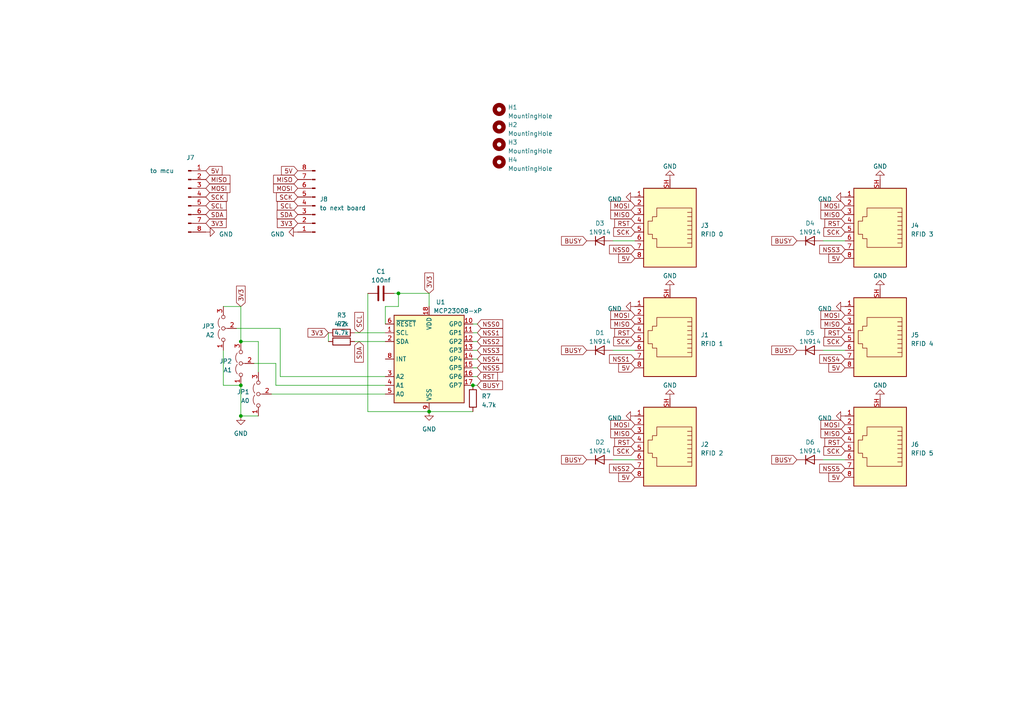
<source format=kicad_sch>
(kicad_sch (version 20230121) (generator eeschema)
  (paper "A4")
  (lib_symbols
    (symbol "Connector:Conn_01x08_Pin" (pin_names (offset 1.016) hide)
      (property "Reference" "J" (at 0 10.16 0))
      (property "Value" "Conn_01x08_Pin" (at 0 -12.7 0))
      (symbol "Conn_01x08_Pin_1_1"
        (polyline (pts (xy 1.27 -10.16) (xy 0.8636 -10.16)) (stroke (width 0.1524)))
        (polyline (pts (xy 1.27 -7.62) (xy 0.8636 -7.62)) (stroke (width 0.1524)))
        (polyline (pts (xy 1.27 -5.08) (xy 0.8636 -5.08)) (stroke (width 0.1524)))
        (polyline (pts (xy 1.27 -2.54) (xy 0.8636 -2.54)) (stroke (width 0.1524)))
        (polyline (pts (xy 1.27 0) (xy 0.8636 0)) (stroke (width 0.1524)))
        (polyline (pts (xy 1.27 2.54) (xy 0.8636 2.54)) (stroke (width 0.1524)))
        (polyline (pts (xy 1.27 5.08) (xy 0.8636 5.08)) (stroke (width 0.1524)))
        (polyline (pts (xy 1.27 7.62) (xy 0.8636 7.62)) (stroke (width 0.1524)))
        (rectangle (start 0.8636 -10.033) (end 0 -10.287) (stroke (width 0.1524)) (fill (type outline)))
        (rectangle (start 0.8636 -7.493) (end 0 -7.747) (stroke (width 0.1524)) (fill (type outline)))
        (rectangle (start 0.8636 -4.953) (end 0 -5.207) (stroke (width 0.1524)) (fill (type outline)))
        (rectangle (start 0.8636 -2.413) (end 0 -2.667) (stroke (width 0.1524)) (fill (type outline)))
        (rectangle (start 0.8636 0.127) (end 0 -0.127) (stroke (width 0.1524)) (fill (type outline)))
        (rectangle (start 0.8636 2.667) (end 0 2.413) (stroke (width 0.1524)) (fill (type outline)))
        (rectangle (start 0.8636 5.207) (end 0 4.953) (stroke (width 0.1524)) (fill (type outline)))
        (rectangle (start 0.8636 7.747) (end 0 7.493) (stroke (width 0.1524)) (fill (type outline)))
        (pin passive line (at 5.08 7.62 180) (length 3.81) (name "Pin_1") (number "1"))
        (pin passive line (at 5.08 5.08 180) (length 3.81) (name "Pin_2") (number "2"))
        (pin passive line (at 5.08 2.54 180) (length 3.81) (name "Pin_3") (number "3"))
        (pin passive line (at 5.08 0 180) (length 3.81) (name "Pin_4") (number "4"))
        (pin passive line (at 5.08 -2.54 180) (length 3.81) (name "Pin_5") (number "5"))
        (pin passive line (at 5.08 -5.08 180) (length 3.81) (name "Pin_6") (number "6"))
        (pin passive line (at 5.08 -7.62 180) (length 3.81) (name "Pin_7") (number "7"))
        (pin passive line (at 5.08 -10.16 180) (length 3.81) (name "Pin_8") (number "8"))
      )
    )
    (symbol "Connector:RJ45_Shielded" (pin_names (offset 1.016))
      (property "Reference" "J" (at -5.08 13.97 0))
      (property "Value" "RJ45_Shielded" (at 2.54 13.97 0))
      (symbol "RJ45_Shielded_0_1"
        (polyline (pts (xy -5.08 4.445) (xy -6.35 4.445)))
        (polyline (pts (xy -5.08 5.715) (xy -6.35 5.715)))
        (polyline (pts (xy -6.35 -3.175) (xy -5.08 -3.175) (xy -5.08 -3.175)))
        (polyline (pts (xy -6.35 -1.905) (xy -5.08 -1.905) (xy -5.08 -1.905)))
        (polyline (pts (xy -6.35 -0.635) (xy -5.08 -0.635) (xy -5.08 -0.635)))
        (polyline (pts (xy -6.35 0.635) (xy -5.08 0.635) (xy -5.08 0.635)))
        (polyline (pts (xy -6.35 1.905) (xy -5.08 1.905) (xy -5.08 1.905)))
        (polyline (pts (xy -5.08 3.175) (xy -6.35 3.175) (xy -6.35 3.175)))
        (polyline (pts (xy -6.35 -4.445) (xy -6.35 6.985) (xy 3.81 6.985) (xy 3.81 4.445) (xy 5.08 4.445) (xy 5.08 3.175) (xy 6.35 3.175) (xy 6.35 -0.635) (xy 5.08 -0.635) (xy 5.08 -1.905) (xy 3.81 -1.905) (xy 3.81 -4.445) (xy -6.35 -4.445) (xy -6.35 -4.445)))
        (rectangle (start 7.62 12.7) (end -7.62 -10.16) (stroke (width 0.254)) (fill (type background)))
      )
      (symbol "RJ45_Shielded_1_1"
        (pin passive line (at 10.16 -7.62 180) (length 2.54) (name "~") (number "1"))
        (pin passive line (at 10.16 -5.08 180) (length 2.54) (name "~") (number "2"))
        (pin passive line (at 10.16 -2.54 180) (length 2.54) (name "~") (number "3"))
        (pin passive line (at 10.16 0 180) (length 2.54) (name "~") (number "4"))
        (pin passive line (at 10.16 2.54 180) (length 2.54) (name "~") (number "5"))
        (pin passive line (at 10.16 5.08 180) (length 2.54) (name "~") (number "6"))
        (pin passive line (at 10.16 7.62 180) (length 2.54) (name "~") (number "7"))
        (pin passive line (at 10.16 10.16 180) (length 2.54) (name "~") (number "8"))
        (pin passive line (at 0 -12.7 90) (length 2.54) (name "~") (number "SH"))
      )
    )
    (symbol "Device:C" (pin_numbers hide) (pin_names (offset 0.254))
      (property "Reference" "C" (at 0.635 2.54 0))
      (property "Value" "C" (at 0.635 -2.54 0))
      (symbol "C_0_1"
        (polyline (pts (xy -2.032 -0.762) (xy 2.032 -0.762)) (stroke (width 0.508)))
        (polyline (pts (xy -2.032 0.762) (xy 2.032 0.762)) (stroke (width 0.508)))
      )
      (symbol "C_1_1"
        (pin passive line (at 0 3.81 270) (length 2.794) (name "~") (number "1"))
        (pin passive line (at 0 -3.81 90) (length 2.794) (name "~") (number "2"))
      )
    )
    (symbol "Device:R" (pin_numbers hide) (pin_names (offset 0))
      (property "Reference" "R" (at 2.032 0 90))
      (property "Value" "R" (at 0 0 90))
      (symbol "R_0_1"
        (rectangle (start -1.016 -2.54) (end 1.016 2.54) (stroke (width 0.254)))
      )
      (symbol "R_1_1"
        (pin passive line (at 0 3.81 270) (length 1.27) (name "~") (number "1"))
        (pin passive line (at 0 -3.81 90) (length 1.27) (name "~") (number "2"))
      )
    )
    (symbol "Diode:1N914" (pin_numbers hide) (pin_names hide)
      (property "Reference" "D" (at 0 2.54 0))
      (property "Value" "1N914" (at 0 -2.54 0))
      (symbol "1N914_0_1"
        (polyline (pts (xy -1.27 1.27) (xy -1.27 -1.27)) (stroke (width 0.254)))
        (polyline (pts (xy 1.27 0) (xy -1.27 0)))
        (polyline (pts (xy 1.27 1.27) (xy 1.27 -1.27) (xy -1.27 0) (xy 1.27 1.27)) (stroke (width 0.254)))
      )
      (symbol "1N914_1_1"
        (pin passive line (at -3.81 0 0) (length 2.54) (name "K") (number "1"))
        (pin passive line (at 3.81 0 180) (length 2.54) (name "A") (number "2"))
      )
    )
    (symbol "Interface_Expansion:MCP23008-xP"
      (property "Reference" "U" (at -8.89 13.97 0))
      (property "Value" "MCP23008-xP" (at 8.89 13.97 0))
      (symbol "MCP23008-xP_0_1"
        (rectangle (start -10.16 12.7) (end 10.16 -12.7) (stroke (width 0.254)) (fill (type background)))
      )
      (symbol "MCP23008-xP_1_1"
        (pin input line (at -12.7 7.62 0) (length 2.54) (name "SCL") (number "1"))
        (pin bidirectional line (at 12.7 10.16 180) (length 2.54) (name "GP0") (number "10"))
        (pin bidirectional line (at 12.7 7.62 180) (length 2.54) (name "GP1") (number "11"))
        (pin bidirectional line (at 12.7 5.08 180) (length 2.54) (name "GP2") (number "12"))
        (pin bidirectional line (at 12.7 2.54 180) (length 2.54) (name "GP3") (number "13"))
        (pin bidirectional line (at 12.7 0 180) (length 2.54) (name "GP4") (number "14"))
        (pin bidirectional line (at 12.7 -2.54 180) (length 2.54) (name "GP5") (number "15"))
        (pin bidirectional line (at 12.7 -5.08 180) (length 2.54) (name "GP6") (number "16"))
        (pin bidirectional line (at 12.7 -7.62 180) (length 2.54) (name "GP7") (number "17"))
        (pin power_in line (at 0 15.24 270) (length 2.54) (name "VDD") (number "18"))
        (pin bidirectional line (at -12.7 5.08 0) (length 2.54) (name "SDA") (number "2"))
        (pin input line (at -12.7 -5.08 0) (length 2.54) (name "A2") (number "3"))
        (pin input line (at -12.7 -7.62 0) (length 2.54) (name "A1") (number "4"))
        (pin input line (at -12.7 -10.16 0) (length 2.54) (name "A0") (number "5"))
        (pin input line (at -12.7 10.16 0) (length 2.54) (name "~{RESET}") (number "6"))
        (pin no_connect line (at -10.16 -2.54 0) (length 2.54) hide (name "NC") (number "7"))
        (pin output line (at -12.7 0 0) (length 2.54) (name "INT") (number "8"))
        (pin power_in line (at 0 -15.24 90) (length 2.54) (name "VSS") (number "9"))
      )
    )
    (symbol "Jumper:Jumper_3_Open" (pin_names (offset 0) hide)
      (property "Reference" "JP" (at -2.54 -2.54 0))
      (property "Value" "Jumper_3_Open" (at 0 2.794 0))
      (symbol "Jumper_3_Open_0_0"
        (circle (center -3.302 0) (radius 0.508))
        (circle (center 0 0) (radius 0.508))
        (circle (center 3.302 0) (radius 0.508))
      )
      (symbol "Jumper_3_Open_0_1"
        (arc (start -0.254 1.016) (mid -1.651 1.4992) (end -3.048 1.016))
        (polyline (pts (xy 0 -0.508) (xy 0 -1.27)))
        (arc (start 3.048 1.016) (mid 1.651 1.4992) (end 0.254 1.016))
      )
      (symbol "Jumper_3_Open_1_1"
        (pin passive line (at -6.35 0 0) (length 2.54) (name "A") (number "1"))
        (pin passive line (at 0 -3.81 90) (length 2.54) (name "C") (number "2"))
        (pin passive line (at 6.35 0 180) (length 2.54) (name "B") (number "3"))
      )
    )
    (symbol "Mechanical:MountingHole" (pin_names (offset 1.016))
      (property "Reference" "H" (at 0 5.08 0))
      (property "Value" "MountingHole" (at 0 3.175 0))
      (symbol "MountingHole_0_1"
        (circle (center 0 0) (radius 1.27) (stroke (width 1.27)))
      )
    )
    (symbol "power:GND" (power) (pin_names (offset 0))
      (property "Value" "GND" (at 0 -3.81 0))
      (symbol "GND_0_1"
        (polyline (pts (xy 0 0) (xy 0 -1.27) (xy 1.27 -1.27) (xy 0 -2.54) (xy -1.27 -1.27) (xy 0 -1.27)))
      )
      (symbol "GND_1_1"
        (pin power_in line (at 0 0 270) (length 0) hide (name "GND") (number "1"))
      )
    )
  )
  (junction (at 69.85 99.06))
  (junction (at 137.16 111.76))
  (junction (at 69.85 111.76))
  (junction (at 69.85 120.65))
  (junction (at 124.46 119.38))
  (junction (at 115.57 85.09))
  (wire (pts (xy 138.43 104.14) (xy 137.16 104.14)))
  (wire (pts (xy 238.76 133.35) (xy 245.11 133.35)))
  (wire (pts (xy 114.3 85.09) (xy 115.57 85.09)))
  (wire (pts (xy 115.57 88.9) (xy 115.57 85.09)))
  (wire (pts (xy 111.76 88.9) (xy 115.57 88.9)))
  (wire (pts (xy 73.66 105.41) (xy 80.01 105.41)))
  (wire (pts (xy 177.8 69.85) (xy 184.15 69.85)))
  (wire (pts (xy 102.87 96.52) (xy 111.76 96.52)))
  (wire (pts (xy 69.85 111.76) (xy 64.77 111.76)))
  (wire (pts (xy 80.01 105.41) (xy 80.01 111.76)))
  (wire (pts (xy 138.43 101.6) (xy 137.16 101.6)))
  (wire (pts (xy 177.8 133.35) (xy 184.15 133.35)))
  (wire (pts (xy 138.43 109.22) (xy 137.16 109.22)))
  (wire (pts (xy 138.43 99.06) (xy 137.16 99.06)))
  (wire (pts (xy 81.28 95.25) (xy 68.58 95.25)))
  (wire (pts (xy 74.93 120.65) (xy 69.85 120.65)))
  (wire (pts (xy 138.43 106.68) (xy 137.16 106.68)))
  (wire (pts (xy 177.8 101.6) (xy 184.15 101.6)))
  (wire (pts (xy 138.43 96.52) (xy 137.16 96.52)))
  (wire (pts (xy 106.68 119.38) (xy 124.46 119.38)))
  (wire (pts (xy 95.25 96.52) (xy 95.25 99.06)))
  (wire (pts (xy 102.87 99.06) (xy 111.76 99.06)))
  (wire (pts (xy 111.76 93.98) (xy 111.76 88.9)))
  (wire (pts (xy 138.43 111.76) (xy 137.16 111.76)))
  (wire (pts (xy 238.76 101.6) (xy 245.11 101.6)))
  (wire (pts (xy 64.77 88.9) (xy 69.85 88.9)))
  (wire (pts (xy 74.93 99.06) (xy 74.93 107.95)))
  (wire (pts (xy 81.28 109.22) (xy 81.28 95.25)))
  (wire (pts (xy 124.46 119.38) (xy 137.16 119.38)))
  (wire (pts (xy 69.85 88.9) (xy 69.85 99.06)))
  (wire (pts (xy 138.43 93.98) (xy 137.16 93.98)))
  (wire (pts (xy 74.93 99.06) (xy 69.85 99.06)))
  (wire (pts (xy 115.57 85.09) (xy 124.46 85.09)))
  (wire (pts (xy 80.01 111.76) (xy 111.76 111.76)))
  (wire (pts (xy 124.46 85.09) (xy 124.46 88.9)))
  (wire (pts (xy 64.77 111.76) (xy 64.77 101.6)))
  (wire (pts (xy 78.74 114.3) (xy 111.76 114.3)))
  (wire (pts (xy 106.68 85.09) (xy 106.68 119.38)))
  (wire (pts (xy 238.76 69.85) (xy 245.11 69.85)))
  (wire (pts (xy 111.76 109.22) (xy 81.28 109.22)))
  (wire (pts (xy 69.85 120.65) (xy 69.85 111.76)))
  (global_label "5V" (shape input) (at 59.69 49.53 0) (property "Intersheetrefs" "${INTERSHEET_REFS}" (effects hide)))
  (global_label "MISO" (shape input) (at 184.15 93.98 180) (property "Intersheetrefs" "${INTERSHEET_REFS}" (effects hide)))
  (global_label "5V" (shape input) (at 86.36 49.53 180) (property "Intersheetrefs" "${INTERSHEET_REFS}" (effects hide)))
  (global_label "SCK" (shape input) (at 59.69 57.15 0) (property "Intersheetrefs" "${INTERSHEET_REFS}" (effects hide)))
  (global_label "SCK" (shape input) (at 184.15 130.81 180) (property "Intersheetrefs" "${INTERSHEET_REFS}" (effects hide)))
  (global_label "NSS4" (shape input) (at 138.43 104.14 0) (property "Intersheetrefs" "${INTERSHEET_REFS}" (effects hide)))
  (global_label "NSS5" (shape input) (at 138.43 106.68 0) (property "Intersheetrefs" "${INTERSHEET_REFS}" (effects hide)))
  (global_label "MOSI" (shape input) (at 86.36 54.61 180) (property "Intersheetrefs" "${INTERSHEET_REFS}" (effects hide)))
  (global_label "MOSI" (shape input) (at 59.69 54.61 0) (property "Intersheetrefs" "${INTERSHEET_REFS}" (effects hide)))
  (global_label "MISO" (shape input) (at 59.69 52.07 0) (property "Intersheetrefs" "${INTERSHEET_REFS}" (effects hide)))
  (global_label "SCK" (shape input) (at 184.15 99.06 180) (property "Intersheetrefs" "${INTERSHEET_REFS}" (effects hide)))
  (global_label "BUSY" (shape input) (at 231.14 101.6 180) (property "Intersheetrefs" "${INTERSHEET_REFS}" (effects hide)))
  (global_label "SCL" (shape input) (at 59.69 59.69 0) (property "Intersheetrefs" "${INTERSHEET_REFS}" (effects hide)))
  (global_label "SCK" (shape input) (at 245.11 130.81 180) (property "Intersheetrefs" "${INTERSHEET_REFS}" (effects hide)))
  (global_label "NSS3" (shape input) (at 245.11 72.39 180) (property "Intersheetrefs" "${INTERSHEET_REFS}" (effects hide)))
  (global_label "BUSY" (shape input) (at 138.43 111.76 0) (property "Intersheetrefs" "${INTERSHEET_REFS}" (effects hide)))
  (global_label "NSS2" (shape input) (at 184.15 135.89 180) (property "Intersheetrefs" "${INTERSHEET_REFS}" (effects hide)))
  (global_label "MOSI" (shape input) (at 245.11 91.44 180) (property "Intersheetrefs" "${INTERSHEET_REFS}" (effects hide)))
  (global_label "MISO" (shape input) (at 245.11 62.23 180) (property "Intersheetrefs" "${INTERSHEET_REFS}" (effects hide)))
  (global_label "MOSI" (shape input) (at 184.15 123.19 180) (property "Intersheetrefs" "${INTERSHEET_REFS}" (effects hide)))
  (global_label "MOSI" (shape input) (at 245.11 59.69 180) (property "Intersheetrefs" "${INTERSHEET_REFS}" (effects hide)))
  (global_label "SDA" (shape input) (at 104.14 99.06 270) (property "Intersheetrefs" "${INTERSHEET_REFS}" (effects hide)))
  (global_label "MOSI" (shape input) (at 184.15 91.44 180) (property "Intersheetrefs" "${INTERSHEET_REFS}" (effects hide)))
  (global_label "NSS0" (shape input) (at 184.15 72.39 180) (property "Intersheetrefs" "${INTERSHEET_REFS}" (effects hide)))
  (global_label "NSS1" (shape input) (at 184.15 104.14 180) (property "Intersheetrefs" "${INTERSHEET_REFS}" (effects hide)))
  (global_label "RST" (shape input) (at 245.11 96.52 180) (property "Intersheetrefs" "${INTERSHEET_REFS}" (effects hide)))
  (global_label "BUSY" (shape input) (at 170.18 101.6 180) (property "Intersheetrefs" "${INTERSHEET_REFS}" (effects hide)))
  (global_label "5V" (shape input) (at 245.11 106.68 180) (property "Intersheetrefs" "${INTERSHEET_REFS}" (effects hide)))
  (global_label "SCK" (shape input) (at 245.11 67.31 180) (property "Intersheetrefs" "${INTERSHEET_REFS}" (effects hide)))
  (global_label "NSS1" (shape input) (at 138.43 96.52 0) (property "Intersheetrefs" "${INTERSHEET_REFS}" (effects hide)))
  (global_label "SCK" (shape input) (at 184.15 67.31 180) (property "Intersheetrefs" "${INTERSHEET_REFS}" (effects hide)))
  (global_label "NSS4" (shape input) (at 245.11 104.14 180) (property "Intersheetrefs" "${INTERSHEET_REFS}" (effects hide)))
  (global_label "SDA" (shape input) (at 59.69 62.23 0) (property "Intersheetrefs" "${INTERSHEET_REFS}" (effects hide)))
  (global_label "NSS0" (shape input) (at 138.43 93.98 0) (property "Intersheetrefs" "${INTERSHEET_REFS}" (effects hide)))
  (global_label "BUSY" (shape input) (at 231.14 69.85 180) (property "Intersheetrefs" "${INTERSHEET_REFS}" (effects hide)))
  (global_label "RST" (shape input) (at 138.43 109.22 0) (property "Intersheetrefs" "${INTERSHEET_REFS}" (effects hide)))
  (global_label "3V3" (shape input) (at 124.46 85.09 90) (property "Intersheetrefs" "${INTERSHEET_REFS}" (effects hide)))
  (global_label "MISO" (shape input) (at 184.15 125.73 180) (property "Intersheetrefs" "${INTERSHEET_REFS}" (effects hide)))
  (global_label "BUSY" (shape input) (at 170.18 69.85 180) (property "Intersheetrefs" "${INTERSHEET_REFS}" (effects hide)))
  (global_label "3V3" (shape input) (at 59.69 64.77 0) (property "Intersheetrefs" "${INTERSHEET_REFS}" (effects hide)))
  (global_label "5V" (shape input) (at 245.11 74.93 180) (property "Intersheetrefs" "${INTERSHEET_REFS}" (effects hide)))
  (global_label "SDA" (shape input) (at 86.36 62.23 180) (property "Intersheetrefs" "${INTERSHEET_REFS}" (effects hide)))
  (global_label "RST" (shape input) (at 184.15 128.27 180) (property "Intersheetrefs" "${INTERSHEET_REFS}" (effects hide)))
  (global_label "3V3" (shape input) (at 95.25 96.52 180) (property "Intersheetrefs" "${INTERSHEET_REFS}" (effects hide)))
  (global_label "MISO" (shape input) (at 184.15 62.23 180) (property "Intersheetrefs" "${INTERSHEET_REFS}" (effects hide)))
  (global_label "RST" (shape input) (at 184.15 96.52 180) (property "Intersheetrefs" "${INTERSHEET_REFS}" (effects hide)))
  (global_label "BUSY" (shape input) (at 170.18 133.35 180) (property "Intersheetrefs" "${INTERSHEET_REFS}" (effects hide)))
  (global_label "BUSY" (shape input) (at 231.14 133.35 180) (property "Intersheetrefs" "${INTERSHEET_REFS}" (effects hide)))
  (global_label "MISO" (shape input) (at 245.11 93.98 180) (property "Intersheetrefs" "${INTERSHEET_REFS}" (effects hide)))
  (global_label "MISO" (shape input) (at 245.11 125.73 180) (property "Intersheetrefs" "${INTERSHEET_REFS}" (effects hide)))
  (global_label "NSS3" (shape input) (at 138.43 101.6 0) (property "Intersheetrefs" "${INTERSHEET_REFS}" (effects hide)))
  (global_label "3V3" (shape input) (at 69.85 88.9 90) (property "Intersheetrefs" "${INTERSHEET_REFS}" (effects hide)))
  (global_label "MISO" (shape input) (at 86.36 52.07 180) (property "Intersheetrefs" "${INTERSHEET_REFS}" (effects hide)))
  (global_label "NSS2" (shape input) (at 138.43 99.06 0) (property "Intersheetrefs" "${INTERSHEET_REFS}" (effects hide)))
  (global_label "SCL" (shape input) (at 86.36 59.69 180) (property "Intersheetrefs" "${INTERSHEET_REFS}" (effects hide)))
  (global_label "SCK" (shape input) (at 245.11 99.06 180) (property "Intersheetrefs" "${INTERSHEET_REFS}" (effects hide)))
  (global_label "MOSI" (shape input) (at 184.15 59.69 180) (property "Intersheetrefs" "${INTERSHEET_REFS}" (effects hide)))
  (global_label "NSS5" (shape input) (at 245.11 135.89 180) (property "Intersheetrefs" "${INTERSHEET_REFS}" (effects hide)))
  (global_label "MOSI" (shape input) (at 245.11 123.19 180) (property "Intersheetrefs" "${INTERSHEET_REFS}" (effects hide)))
  (global_label "SCK" (shape input) (at 86.36 57.15 180) (property "Intersheetrefs" "${INTERSHEET_REFS}" (effects hide)))
  (global_label "RST" (shape input) (at 184.15 64.77 180) (property "Intersheetrefs" "${INTERSHEET_REFS}" (effects hide)))
  (global_label "5V" (shape input) (at 184.15 106.68 180) (property "Intersheetrefs" "${INTERSHEET_REFS}" (effects hide)))
  (global_label "SCL" (shape input) (at 104.14 96.52 90) (property "Intersheetrefs" "${INTERSHEET_REFS}" (effects hide)))
  (global_label "5V" (shape input) (at 245.11 138.43 180) (property "Intersheetrefs" "${INTERSHEET_REFS}" (effects hide)))
  (global_label "5V" (shape input) (at 184.15 74.93 180) (property "Intersheetrefs" "${INTERSHEET_REFS}" (effects hide)))
  (global_label "5V" (shape input) (at 184.15 138.43 180) (property "Intersheetrefs" "${INTERSHEET_REFS}" (effects hide)))
  (global_label "RST" (shape input) (at 245.11 128.27 180) (property "Intersheetrefs" "${INTERSHEET_REFS}" (effects hide)))
  (global_label "RST" (shape input) (at 245.11 64.77 180) (property "Intersheetrefs" "${INTERSHEET_REFS}" (effects hide)))
  (global_label "3V3" (shape input) (at 86.36 64.77 180) (property "Intersheetrefs" "${INTERSHEET_REFS}" (effects hide)))
  (symbol (lib_id "Mechanical:MountingHole") (at 144.78 46.99 0) (unit 1)
    (property "Reference" "H4" (at 147.32 46.355 0) (effects (justify left)))
    (property "Value" "MountingHole" (at 147.32 48.895 0) (effects (justify left)))
    (property "Footprint" "MountingHole:MountingHole_3.2mm_M3" (effects hide))
  )
  (symbol (lib_id "Diode:1N914") (at 234.95 69.85 0) (unit 1)
    (property "Reference" "D4" (at 234.95 64.77 0))
    (property "Value" "1N914" (at 234.95 67.31 0))
    (property "Footprint" "Diode_THT:D_DO-35_SOD27_P7.62mm_Horizontal" (effects hide))
    (property "Datasheet" "http://www.vishay.com/docs/85622/1n914.pdf" (effects hide))
    (property "Sim.Device" "D" (effects hide))
    (property "Sim.Pins" "1=K 2=A" (effects hide))
  )
  (symbol (lib_id "Diode:1N914") (at 173.99 133.35 0) (unit 1)
    (property "Reference" "D2" (at 173.99 128.27 0))
    (property "Value" "1N914" (at 173.99 130.81 0))
    (property "Footprint" "Diode_THT:D_DO-35_SOD27_P7.62mm_Horizontal" (effects hide))
    (property "Datasheet" "http://www.vishay.com/docs/85622/1n914.pdf" (effects hide))
    (property "Sim.Device" "D" (effects hide))
    (property "Sim.Pins" "1=K 2=A" (effects hide))
  )
  (symbol (lib_id "power:GND") (at 194.31 115.57 180) (unit 1)
    (property "Reference" "#PWR06" (effects hide))
    (property "Value" "GND" (at 194.31 111.76 0))
  )
  (symbol (lib_id "Connector:RJ45_Shielded") (at 194.31 128.27 180) (unit 1)
    (property "Reference" "J2" (at 203.2 128.905 0) (effects (justify right)))
    (property "Value" "RFID 2" (at 203.2 131.445 0) (effects (justify right)))
    (property "Footprint" "Connector_RJ:RJ45_Ninigi_GE" (effects hide))
  )
  (symbol (lib_id "Interface_Expansion:MCP23008-xP") (at 124.46 104.14 0) (unit 1)
    (property "Reference" "U1" (at 126.4159 87.63 0) (effects (justify left)))
    (property "Value" "MCP23008-xP" (at 125.73 90.17 0) (effects (justify left)))
    (property "Footprint" "Package_DIP:DIP-18_W7.62mm" (effects hide))
    (property "Datasheet" "http://ww1.microchip.com/downloads/en/DeviceDoc/MCP23008-MCP23S08-Data-Sheet-20001919F.pdf" (effects hide))
  )
  (symbol (lib_id "Mechanical:MountingHole") (at 144.78 36.83 0) (unit 1)
    (property "Reference" "H2" (at 147.32 36.195 0) (effects (justify left)))
    (property "Value" "MountingHole" (at 147.32 38.735 0) (effects (justify left)))
    (property "Footprint" "MountingHole:MountingHole_3.2mm_M3" (effects hide))
  )
  (symbol (lib_id "Diode:1N914") (at 173.99 101.6 0) (unit 1)
    (property "Reference" "D1" (at 173.99 96.52 0))
    (property "Value" "1N914" (at 173.99 99.06 0))
    (property "Footprint" "Diode_THT:D_DO-35_SOD27_P7.62mm_Horizontal" (effects hide))
    (property "Datasheet" "http://www.vishay.com/docs/85622/1n914.pdf" (effects hide))
    (property "Sim.Device" "D" (effects hide))
    (property "Sim.Pins" "1=K 2=A" (effects hide))
  )
  (symbol (lib_id "Connector:RJ45_Shielded") (at 255.27 128.27 180) (unit 1)
    (property "Reference" "J6" (at 264.16 128.905 0) (effects (justify right)))
    (property "Value" "RFID 5" (at 264.16 131.445 0) (effects (justify right)))
    (property "Footprint" "Connector_RJ:RJ45_Ninigi_GE" (effects hide))
  )
  (symbol (lib_id "power:GND") (at 255.27 115.57 180) (unit 1)
    (property "Reference" "#PWR014" (effects hide))
    (property "Value" "GND" (at 255.27 111.76 0))
  )
  (symbol (lib_id "Device:C") (at 110.49 85.09 90) (unit 1)
    (property "Reference" "C1" (at 110.49 78.74 90))
    (property "Value" "100nf" (at 110.49 81.28 90))
    (property "Footprint" "Capacitor_THT:C_Disc_D6.0mm_W2.5mm_P5.00mm" (effects hide))
  )
  (symbol (lib_id "Jumper:Jumper_3_Open") (at 74.93 114.3 90) (unit 1)
    (property "Reference" "JP1" (at 72.39 113.665 90) (effects (justify left)))
    (property "Value" "A0" (at 72.39 116.205 90) (effects (justify left)))
    (property "Footprint" "Jumper:SolderJumper-3_P1.3mm_Open_RoundedPad1.0x1.5mm" (effects hide))
  )
  (symbol (lib_id "power:GND") (at 86.36 67.31 270) (unit 1)
    (property "Reference" "#PWR019" (effects hide))
    (property "Value" "GND" (at 82.55 67.945 90) (effects (justify right)))
  )
  (symbol (lib_id "power:GND") (at 124.46 119.38 0) (unit 1)
    (property "Reference" "#PWR01" (effects hide))
    (property "Value" "GND" (at 124.46 124.46 0))
  )
  (symbol (lib_id "Jumper:Jumper_3_Open") (at 69.85 105.41 90) (unit 1)
    (property "Reference" "JP2" (at 67.31 104.775 90) (effects (justify left)))
    (property "Value" "A1" (at 67.31 107.315 90) (effects (justify left)))
    (property "Footprint" "Jumper:SolderJumper-3_P1.3mm_Open_RoundedPad1.0x1.5mm" (effects hide))
  )
  (symbol (lib_id "Device:R") (at 137.16 115.57 0) (unit 1)
    (property "Reference" "R7" (at 139.7 114.935 0) (effects (justify left)))
    (property "Value" "4.7k" (at 139.7 117.475 0) (effects (justify left)))
    (property "Footprint" "Resistor_THT:R_Axial_DIN0207_L6.3mm_D2.5mm_P7.62mm_Horizontal" (effects hide))
  )
  (symbol (lib_id "power:GND") (at 184.15 57.15 270) (unit 1)
    (property "Reference" "#PWR010" (effects hide))
    (property "Value" "GND" (at 180.34 57.785 90) (effects (justify right)))
  )
  (symbol (lib_id "Device:R") (at 99.06 96.52 90) (unit 1)
    (property "Reference" "R3" (at 99.06 91.44 90))
    (property "Value" "4.7k" (at 99.06 93.98 90))
    (property "Footprint" "Resistor_THT:R_Axial_DIN0207_L6.3mm_D2.5mm_P7.62mm_Horizontal" (effects hide))
  )
  (symbol (lib_id "Connector:RJ45_Shielded") (at 255.27 64.77 180) (unit 1)
    (property "Reference" "J4" (at 264.16 65.405 0) (effects (justify right)))
    (property "Value" "RFID 3" (at 264.16 67.945 0) (effects (justify right)))
    (property "Footprint" "Connector_RJ:RJ45_Ninigi_GE" (effects hide))
  )
  (symbol (lib_id "Connector:RJ45_Shielded") (at 255.27 96.52 180) (unit 1)
    (property "Reference" "J5" (at 264.16 97.155 0) (effects (justify right)))
    (property "Value" "RFID 4" (at 264.16 99.695 0) (effects (justify right)))
    (property "Footprint" "Connector_RJ:RJ45_Ninigi_GE" (effects hide))
  )
  (symbol (lib_id "power:GND") (at 184.15 88.9 270) (unit 1)
    (property "Reference" "#PWR02" (effects hide))
    (property "Value" "GND" (at 180.34 89.535 90) (effects (justify right)))
  )
  (symbol (lib_id "Mechanical:MountingHole") (at 144.78 41.91 0) (unit 1)
    (property "Reference" "H3" (at 147.32 41.275 0) (effects (justify left)))
    (property "Value" "MountingHole" (at 147.32 43.815 0) (effects (justify left)))
    (property "Footprint" "MountingHole:MountingHole_3.2mm_M3" (effects hide))
  )
  (symbol (lib_id "Diode:1N914") (at 234.95 133.35 0) (unit 1)
    (property "Reference" "D6" (at 234.95 128.27 0))
    (property "Value" "1N914" (at 234.95 130.81 0))
    (property "Footprint" "Diode_THT:D_DO-35_SOD27_P7.62mm_Horizontal" (effects hide))
    (property "Datasheet" "http://www.vishay.com/docs/85622/1n914.pdf" (effects hide))
    (property "Sim.Device" "D" (effects hide))
    (property "Sim.Pins" "1=K 2=A" (effects hide))
  )
  (symbol (lib_id "Connector:RJ45_Shielded") (at 194.31 96.52 180) (unit 1)
    (property "Reference" "J1" (at 203.2 97.155 0) (effects (justify right)))
    (property "Value" "RFID 1" (at 203.2 99.695 0) (effects (justify right)))
    (property "Footprint" "Connector_RJ:RJ45_Ninigi_GE" (effects hide))
  )
  (symbol (lib_id "Connector:RJ45_Shielded") (at 194.31 64.77 180) (unit 1)
    (property "Reference" "J3" (at 203.2 65.405 0) (effects (justify right)))
    (property "Value" "RFID 0" (at 203.2 67.945 0) (effects (justify right)))
    (property "Footprint" "Connector_RJ:RJ45_Ninigi_GE" (effects hide))
  )
  (symbol (lib_id "power:GND") (at 194.31 52.07 180) (unit 1)
    (property "Reference" "#PWR011" (effects hide))
    (property "Value" "GND" (at 194.31 48.26 0))
  )
  (symbol (lib_id "Device:R") (at 99.06 99.06 90) (unit 1)
    (property "Reference" "R2" (at 99.06 93.98 90))
    (property "Value" "4.7k" (at 99.06 96.52 90))
    (property "Footprint" "Resistor_THT:R_Axial_DIN0207_L6.3mm_D2.5mm_P7.62mm_Horizontal" (effects hide))
  )
  (symbol (lib_id "power:GND") (at 69.85 120.65 0) (unit 1)
    (property "Reference" "#PWR03" (effects hide))
    (property "Value" "GND" (at 69.85 125.73 0))
  )
  (symbol (lib_id "power:GND") (at 59.69 67.31 90) (unit 1)
    (property "Reference" "#PWR018" (effects hide))
    (property "Value" "GND" (at 63.5 67.945 90) (effects (justify right)))
  )
  (symbol (lib_id "Diode:1N914") (at 234.95 101.6 0) (unit 1)
    (property "Reference" "D5" (at 234.95 96.52 0))
    (property "Value" "1N914" (at 234.95 99.06 0))
    (property "Footprint" "Diode_THT:D_DO-35_SOD27_P7.62mm_Horizontal" (effects hide))
    (property "Datasheet" "http://www.vishay.com/docs/85622/1n914.pdf" (effects hide))
    (property "Sim.Device" "D" (effects hide))
    (property "Sim.Pins" "1=K 2=A" (effects hide))
  )
  (symbol (lib_id "power:GND") (at 255.27 83.82 180) (unit 1)
    (property "Reference" "#PWR013" (effects hide))
    (property "Value" "GND" (at 255.27 80.01 0))
  )
  (symbol (lib_id "power:GND") (at 245.11 88.9 270) (unit 1)
    (property "Reference" "#PWR08" (effects hide))
    (property "Value" "GND" (at 241.3 89.535 90) (effects (justify right)))
  )
  (symbol (lib_id "Mechanical:MountingHole") (at 144.78 31.75 0) (unit 1)
    (property "Reference" "H1" (at 147.32 31.115 0) (effects (justify left)))
    (property "Value" "MountingHole" (at 147.32 33.655 0) (effects (justify left)))
    (property "Footprint" "MountingHole:MountingHole_3.2mm_M3" (effects hide))
  )
  (symbol (lib_id "Connector:Conn_01x08_Pin") (at 54.61 57.15 0) (unit 1)
    (property "Reference" "J7" (at 55.245 45.72 0))
    (property "Value" "to mcu" (at 46.99 49.53 0))
    (property "Footprint" "Connector_Molex:Molex_KK-254_AE-6410-08A_1x08_P2.54mm_Vertical" (effects hide))
  )
  (symbol (lib_id "power:GND") (at 245.11 57.15 270) (unit 1)
    (property "Reference" "#PWR07" (effects hide))
    (property "Value" "GND" (at 241.3 57.785 90) (effects (justify right)))
  )
  (symbol (lib_id "Jumper:Jumper_3_Open") (at 64.77 95.25 90) (unit 1)
    (property "Reference" "JP3" (at 62.23 94.615 90) (effects (justify left)))
    (property "Value" "A2" (at 62.23 97.155 90) (effects (justify left)))
    (property "Footprint" "Jumper:SolderJumper-3_P1.3mm_Open_RoundedPad1.0x1.5mm" (effects hide))
  )
  (symbol (lib_id "power:GND") (at 245.11 120.65 270) (unit 1)
    (property "Reference" "#PWR09" (effects hide))
    (property "Value" "GND" (at 241.3 121.285 90) (effects (justify right)))
  )
  (symbol (lib_id "power:GND") (at 184.15 120.65 270) (unit 1)
    (property "Reference" "#PWR05" (effects hide))
    (property "Value" "GND" (at 180.34 121.285 90) (effects (justify right)))
  )
  (symbol (lib_id "Connector:Conn_01x08_Pin") (at 91.44 59.69 180) (unit 1)
    (property "Reference" "J8" (at 92.71 57.785 0) (effects (justify right)))
    (property "Value" "to next board" (at 92.71 60.325 0) (effects (justify right)))
    (property "Footprint" "Connector_Molex:Molex_KK-254_AE-6410-08A_1x08_P2.54mm_Vertical" (effects hide))
  )
  (symbol (lib_id "power:GND") (at 194.31 83.82 180) (unit 1)
    (property "Reference" "#PWR04" (effects hide))
    (property "Value" "GND" (at 194.31 80.01 0))
  )
  (symbol (lib_id "Diode:1N914") (at 173.99 69.85 0) (unit 1)
    (property "Reference" "D3" (at 173.99 64.77 0))
    (property "Value" "1N914" (at 173.99 67.31 0))
    (property "Footprint" "Diode_THT:D_DO-35_SOD27_P7.62mm_Horizontal" (effects hide))
    (property "Datasheet" "http://www.vishay.com/docs/85622/1n914.pdf" (effects hide))
    (property "Sim.Device" "D" (effects hide))
    (property "Sim.Pins" "1=K 2=A" (effects hide))
  )
  (symbol (lib_id "power:GND") (at 255.27 52.07 180) (unit 1)
    (property "Reference" "#PWR012" (effects hide))
    (property "Value" "GND" (at 255.27 48.26 0))
  )
)
</source>
